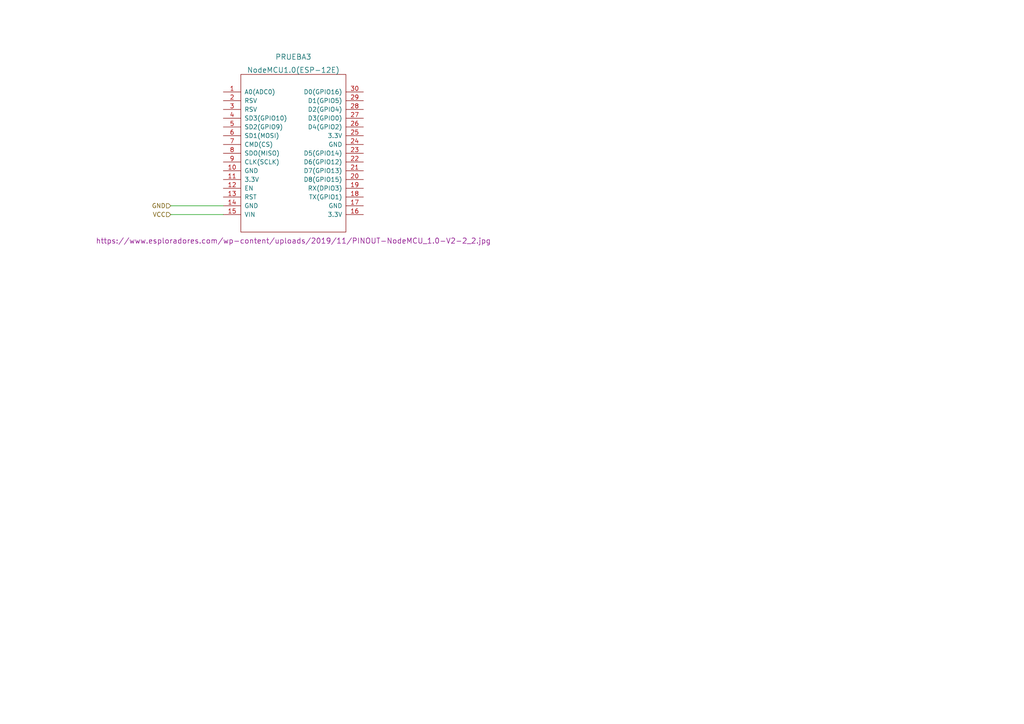
<source format=kicad_sch>
(kicad_sch (version 20211123) (generator eeschema)
  (paper "A4")
  (title_block (title "Testing de esquematicos") (date "2022-11-26") (rev "0.0.1") (company "Proyecto la Caja"))
  (lib_symbols
    (symbol "ESP8266:NodeMCU1.0(ESP-12E)" (pin_names (offset 1.016))
      (property "Reference" "U" (at 0 21.59 0))
      (property "Value" "NodeMCU1.0(ESP-12E)" (at 0 -21.59 0))
      (symbol "NodeMCU1.0(ESP-12E)_0_1"
        (rectangle (start -15.24 -22.86) (end 15.24 22.86))
      )
      (symbol "NodeMCU1.0(ESP-12E)_1_1"
        (pin input line (at -20.32 17.78 0) (length 5.08) (name "A0(ADC0)") (number "1"))
        (pin input line (at -20.32 -5.08 0) (length 5.08) (name "GND") (number "10"))
        (pin input line (at -20.32 -7.62 0) (length 5.08) (name "3.3V") (number "11"))
        (pin input line (at -20.32 -10.16 0) (length 5.08) (name "EN") (number "12"))
        (pin input line (at -20.32 -12.7 0) (length 5.08) (name "RST") (number "13"))
        (pin input line (at -20.32 -15.24 0) (length 5.08) (name "GND") (number "14"))
        (pin input line (at -20.32 -17.78 0) (length 5.08) (name "VIN") (number "15"))
        (pin input line (at 20.32 -17.78 180) (length 5.08) (name "3.3V") (number "16"))
        (pin input line (at 20.32 -15.24 180) (length 5.08) (name "GND") (number "17"))
        (pin input line (at 20.32 -12.7 180) (length 5.08) (name "TX(GPIO1)") (number "18"))
        (pin input line (at 20.32 -10.16 180) (length 5.08) (name "RX(DPIO3)") (number "19"))
        (pin input line (at -20.32 15.24 0) (length 5.08) (name "RSV") (number "2"))
        (pin input line (at 20.32 -7.62 180) (length 5.08) (name "D8(GPIO15)") (number "20"))
        (pin input line (at 20.32 -5.08 180) (length 5.08) (name "D7(GPIO13)") (number "21"))
        (pin input line (at 20.32 -2.54 180) (length 5.08) (name "D6(GPIO12)") (number "22"))
        (pin input line (at 20.32 0 180) (length 5.08) (name "D5(GPIO14)") (number "23"))
        (pin input line (at 20.32 2.54 180) (length 5.08) (name "GND") (number "24"))
        (pin input line (at 20.32 5.08 180) (length 5.08) (name "3.3V") (number "25"))
        (pin input line (at 20.32 7.62 180) (length 5.08) (name "D4(GPIO2)") (number "26"))
        (pin input line (at 20.32 10.16 180) (length 5.08) (name "D3(GPIO0)") (number "27"))
        (pin input line (at 20.32 12.7 180) (length 5.08) (name "D2(GPIO4)") (number "28"))
        (pin input line (at 20.32 15.24 180) (length 5.08) (name "D1(GPIO5)") (number "29"))
        (pin input line (at -20.32 12.7 0) (length 5.08) (name "RSV") (number "3"))
        (pin input line (at 20.32 17.78 180) (length 5.08) (name "D0(GPIO16)") (number "30"))
        (pin input line (at -20.32 10.16 0) (length 5.08) (name "SD3(GPIO10)") (number "4"))
        (pin input line (at -20.32 7.62 0) (length 5.08) (name "SD2(GPIO9)") (number "5"))
        (pin input line (at -20.32 5.08 0) (length 5.08) (name "SD1(MOSI)") (number "6"))
        (pin input line (at -20.32 2.54 0) (length 5.08) (name "CMD(CS)") (number "7"))
        (pin input line (at -20.32 0 0) (length 5.08) (name "SDO(MISO)") (number "8"))
        (pin input line (at -20.32 -2.54 0) (length 5.08) (name "CLK(SCLK)") (number "9"))
      )
    )
  )
  (wire (pts (xy 49.53 62.23) (xy 64.77 62.23)))
  (wire (pts (xy 49.53 59.69) (xy 64.77 59.69)))
  (hierarchical_label "GND" (shape input) (at 49.53 59.69 180))
  (hierarchical_label "VCC" (shape input) (at 49.53 62.23 180))
  (symbol (lib_id "ESP8266:NodeMCU1.0(ESP-12E)") (at 85.09 44.45 0) (unit 1)
    (property "Reference" "PRUEBA3" (at 85.09 16.51 0) (effects (font (size 1.524 1.524))))
    (property "Value" "NodeMCU1.0(ESP-12E)" (at 85.09 20.32 0) (effects (font (size 1.524 1.524))))
    (property "Datasheet" "https://www.esploradores.com/wp-content/uploads/2019/11/PINOUT-NodeMCU_1.0-V2-2_2.jpg" (at 85.09 69.85 0) (effects (font (size 1.524 1.524))))
    (property "Precio" "10€" (effects hide))
  )
)
</source>
